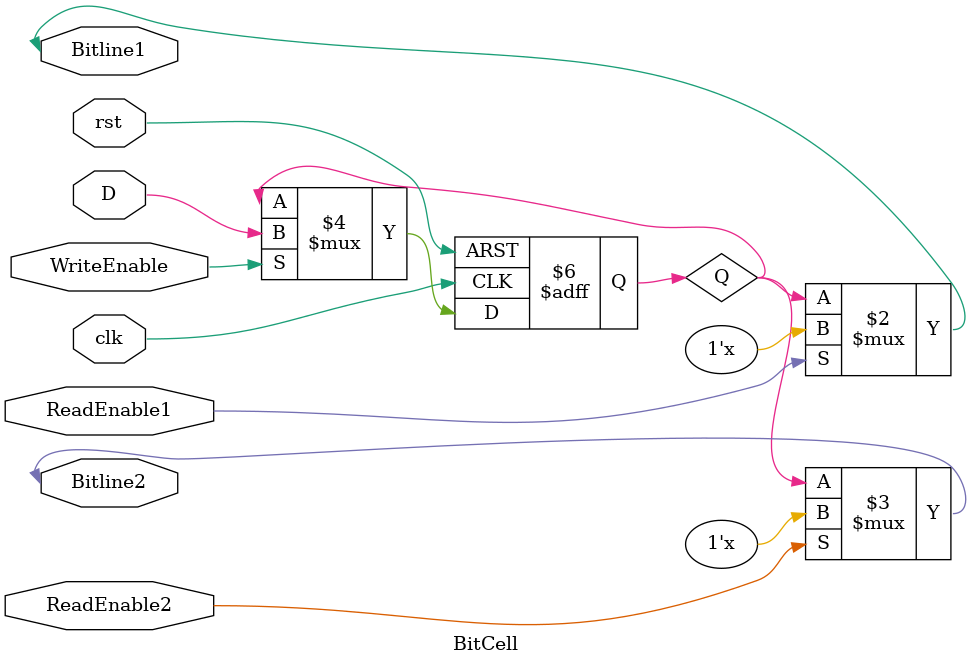
<source format=v>
module BitCell(
    	input clk, input rst, input D, input WriteEnable, 
    	input ReadEnable1, input ReadEnable2,
    	inout Bitline1, inout Bitline2
);
	//hold data in flop
    	reg Q;

	//flip flop for memory - when enable is high load new value
    	always @(posedge clk or posedge rst) begin
        	if (rst) 
			Q <= 1'b0;
        	else if (WriteEnable) 
			Q <= D;
    	end
	//2 tri states - active high so Q when low 
    	assign Bitline1 = ReadEnable1 ? 1'bz : Q;
    	assign Bitline2 = ReadEnable2 ? 1'bz : Q;
endmodule

</source>
